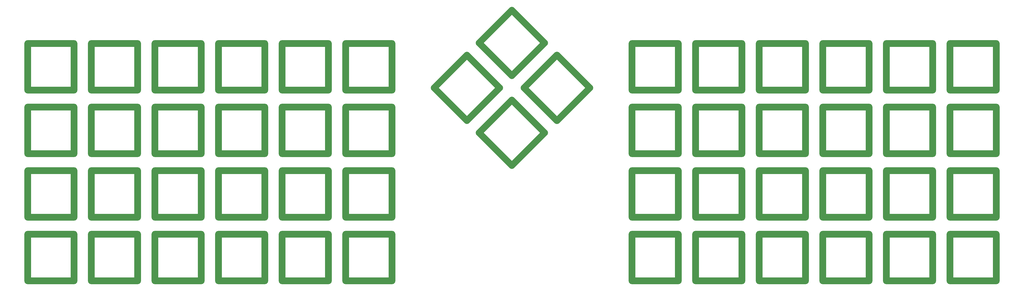
<source format=gbl>
G04 #@! TF.GenerationSoftware,KiCad,Pcbnew,(6.0.2)*
G04 #@! TF.CreationDate,2022-02-24T22:30:45+09:00*
G04 #@! TF.ProjectId,RoSoR,526f536f-522e-46b6-9963-61645f706362,rev?*
G04 #@! TF.SameCoordinates,Original*
G04 #@! TF.FileFunction,Copper,L2,Bot*
G04 #@! TF.FilePolarity,Positive*
%FSLAX46Y46*%
G04 Gerber Fmt 4.6, Leading zero omitted, Abs format (unit mm)*
G04 Created by KiCad (PCBNEW (6.0.2)) date 2022-02-24 22:30:45*
%MOMM*%
%LPD*%
G01*
G04 APERTURE LIST*
G04 Aperture macros list*
%AMHorizOval*
0 Thick line with rounded ends*
0 $1 width*
0 $2 $3 position (X,Y) of the first rounded end (center of the circle)*
0 $4 $5 position (X,Y) of the second rounded end (center of the circle)*
0 Add line between two ends*
20,1,$1,$2,$3,$4,$5,0*
0 Add two circle primitives to create the rounded ends*
1,1,$1,$2,$3*
1,1,$1,$4,$5*%
G04 Aperture macros list end*
G04 #@! TA.AperFunction,ComponentPad*
%ADD10O,2.000000X15.900000*%
G04 #@! TD*
G04 #@! TA.AperFunction,ComponentPad*
%ADD11O,15.900000X2.000000*%
G04 #@! TD*
G04 #@! TA.AperFunction,ComponentPad*
%ADD12HorizOval,2.000000X4.914392X4.914392X-4.914392X-4.914392X0*%
G04 #@! TD*
G04 #@! TA.AperFunction,ComponentPad*
%ADD13HorizOval,2.000000X-4.914392X4.914392X4.914392X-4.914392X0*%
G04 #@! TD*
G04 APERTURE END LIST*
D10*
X245462500Y-47625000D03*
X259362500Y-47625000D03*
D11*
X252412500Y-40675000D03*
X252412500Y-54575000D03*
D12*
X180005993Y-49037243D03*
X189834777Y-58866027D03*
D13*
X189834777Y-49037243D03*
X180005993Y-58866027D03*
D10*
X45437500Y-47625000D03*
D11*
X52387500Y-54575000D03*
X52387500Y-40675000D03*
D10*
X59337500Y-47625000D03*
D11*
X290512500Y-54575000D03*
D10*
X297462500Y-47625000D03*
D11*
X290512500Y-40675000D03*
D10*
X283562500Y-47625000D03*
D11*
X214312500Y-78775000D03*
X214312500Y-92675000D03*
D10*
X207362500Y-85725000D03*
X221262500Y-85725000D03*
X102587500Y-85725000D03*
D11*
X109537500Y-78775000D03*
D10*
X116487500Y-85725000D03*
D11*
X109537500Y-92675000D03*
D10*
X40287500Y-85725000D03*
X26387500Y-85725000D03*
D11*
X33337500Y-78775000D03*
X33337500Y-92675000D03*
D10*
X278412500Y-85725000D03*
D11*
X271462500Y-92675000D03*
D10*
X264512500Y-85725000D03*
D11*
X271462500Y-78775000D03*
X252412500Y-78775000D03*
X252412500Y-92675000D03*
D10*
X259362500Y-85725000D03*
X245462500Y-85725000D03*
D11*
X71437500Y-59725000D03*
X71437500Y-73625000D03*
D10*
X78387500Y-66675000D03*
X64487500Y-66675000D03*
D11*
X252412500Y-97825000D03*
X252412500Y-111725000D03*
D10*
X245462500Y-104775000D03*
X259362500Y-104775000D03*
X135537500Y-66675000D03*
X121637500Y-66675000D03*
D11*
X128587500Y-59725000D03*
X128587500Y-73625000D03*
X90487500Y-111725000D03*
X90487500Y-97825000D03*
D10*
X97437500Y-104775000D03*
X83537500Y-104775000D03*
X297462500Y-85725000D03*
X283562500Y-85725000D03*
D11*
X290512500Y-92675000D03*
X290512500Y-78775000D03*
D10*
X78387500Y-47625000D03*
D11*
X71437500Y-54575000D03*
D10*
X64487500Y-47625000D03*
D11*
X71437500Y-40675000D03*
D10*
X226412500Y-47625000D03*
D11*
X233362500Y-40675000D03*
D10*
X240312500Y-47625000D03*
D11*
X233362500Y-54575000D03*
X309562500Y-78775000D03*
D10*
X316512500Y-85725000D03*
X302612500Y-85725000D03*
D11*
X309562500Y-92675000D03*
X309562500Y-97825000D03*
X309562500Y-111725000D03*
D10*
X316512500Y-104775000D03*
X302612500Y-104775000D03*
D11*
X233362500Y-73625000D03*
D10*
X240312500Y-66675000D03*
X226412500Y-66675000D03*
D11*
X233362500Y-59725000D03*
X233362500Y-97825000D03*
D10*
X226412500Y-104775000D03*
D11*
X233362500Y-111725000D03*
D10*
X240312500Y-104775000D03*
X26387500Y-47625000D03*
D11*
X33337500Y-40675000D03*
X33337500Y-54575000D03*
D10*
X40287500Y-47625000D03*
X59337500Y-85725000D03*
D11*
X52387500Y-92675000D03*
D10*
X45437500Y-85725000D03*
D11*
X52387500Y-78775000D03*
X271462500Y-54575000D03*
X271462500Y-40675000D03*
D10*
X264512500Y-47625000D03*
X278412500Y-47625000D03*
D11*
X309562500Y-73625000D03*
X309562500Y-59725000D03*
D10*
X302612500Y-66675000D03*
X316512500Y-66675000D03*
D13*
X166535608Y-45395642D03*
D12*
X176364392Y-45395642D03*
D13*
X176364392Y-35566858D03*
D12*
X166535608Y-35566858D03*
D11*
X128587500Y-40675000D03*
D10*
X121637500Y-47625000D03*
D11*
X128587500Y-54575000D03*
D10*
X135537500Y-47625000D03*
D11*
X109537500Y-111725000D03*
X109537500Y-97825000D03*
D10*
X102587500Y-104775000D03*
X116487500Y-104775000D03*
D11*
X52387500Y-73625000D03*
D10*
X45437500Y-66675000D03*
D11*
X52387500Y-59725000D03*
D10*
X59337500Y-66675000D03*
D11*
X109537500Y-73625000D03*
D10*
X102587500Y-66675000D03*
X116487500Y-66675000D03*
D11*
X109537500Y-59725000D03*
D13*
X162894008Y-49037243D03*
D12*
X153065224Y-49037243D03*
X162894008Y-58866027D03*
D13*
X153065224Y-58866027D03*
D10*
X221262500Y-47625000D03*
D11*
X214312500Y-40675000D03*
D10*
X207362500Y-47625000D03*
D11*
X214312500Y-54575000D03*
D10*
X64487500Y-85725000D03*
D11*
X71437500Y-78775000D03*
D10*
X78387500Y-85725000D03*
D11*
X71437500Y-92675000D03*
D10*
X245462500Y-66675000D03*
D11*
X252412500Y-59725000D03*
X252412500Y-73625000D03*
D10*
X259362500Y-66675000D03*
D11*
X271462500Y-97825000D03*
D10*
X278412500Y-104775000D03*
X264512500Y-104775000D03*
D11*
X271462500Y-111725000D03*
X290512500Y-59725000D03*
X290512500Y-73625000D03*
D10*
X283562500Y-66675000D03*
X297462500Y-66675000D03*
X297462500Y-104775000D03*
X283562500Y-104775000D03*
D11*
X290512500Y-97825000D03*
X290512500Y-111725000D03*
D10*
X78387500Y-104775000D03*
D11*
X71437500Y-111725000D03*
X71437500Y-97825000D03*
D10*
X64487500Y-104775000D03*
D11*
X214312500Y-111725000D03*
X214312500Y-97825000D03*
D10*
X221262500Y-104775000D03*
X207362500Y-104775000D03*
X302612500Y-47625000D03*
D11*
X309562500Y-54575000D03*
D10*
X316512500Y-47625000D03*
D11*
X309562500Y-40675000D03*
X90487500Y-59725000D03*
D10*
X83537500Y-66675000D03*
X97437500Y-66675000D03*
D11*
X90487500Y-73625000D03*
D10*
X207362500Y-66675000D03*
D11*
X214312500Y-59725000D03*
D10*
X221262500Y-66675000D03*
D11*
X214312500Y-73625000D03*
X109537500Y-40675000D03*
X109537500Y-54575000D03*
D10*
X102587500Y-47625000D03*
X116487500Y-47625000D03*
D11*
X90487500Y-92675000D03*
X90487500Y-78775000D03*
D10*
X97437500Y-85725000D03*
X83537500Y-85725000D03*
D11*
X128587500Y-78775000D03*
X128587500Y-92675000D03*
D10*
X121637500Y-85725000D03*
X135537500Y-85725000D03*
D11*
X33337500Y-59725000D03*
D10*
X26387500Y-66675000D03*
D11*
X33337500Y-73625000D03*
D10*
X40287500Y-66675000D03*
X121637500Y-104775000D03*
D11*
X128587500Y-97825000D03*
D10*
X135537500Y-104775000D03*
D11*
X128587500Y-111725000D03*
D10*
X40287500Y-104775000D03*
D11*
X33337500Y-97825000D03*
D10*
X26387500Y-104775000D03*
D11*
X33337500Y-111725000D03*
X90487500Y-54575000D03*
X90487500Y-40675000D03*
D10*
X83537500Y-47625000D03*
X97437500Y-47625000D03*
D11*
X52387500Y-97825000D03*
D10*
X59337500Y-104775000D03*
X45437500Y-104775000D03*
D11*
X52387500Y-111725000D03*
D13*
X176364392Y-62507627D03*
D12*
X176364392Y-72336411D03*
X166535608Y-62507627D03*
D13*
X166535608Y-72336411D03*
D10*
X240312500Y-85725000D03*
D11*
X233362500Y-92675000D03*
X233362500Y-78775000D03*
D10*
X226412500Y-85725000D03*
X278412500Y-66675000D03*
D11*
X271462500Y-73625000D03*
X271462500Y-59725000D03*
D10*
X264512500Y-66675000D03*
M02*

</source>
